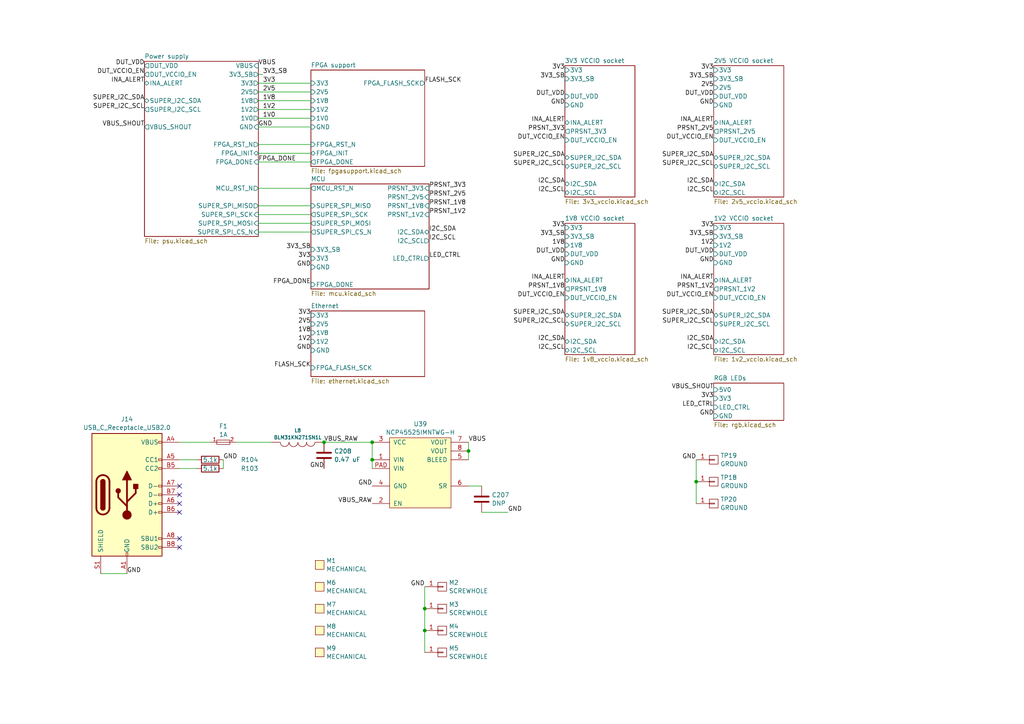
<source format=kicad_sch>
(kicad_sch (version 20231120) (generator "eeschema") (generator_version "8.0")
  (paper "A4")
  (title_block (title "DUMPTRUCK flash dumper") (date "2024-10-20") (rev "0.1") (company "Antikernel Labs") (comment 1 "Andrew D. Zonenberg"))
  (lib_symbols
    (symbol "conn:CONN_01X01" (pin_names (offset 1.016) hide)
      (property "Reference" "J" (at 0 2.54 0))
      (property "Value" "CONN_01X01" (at 2.54 0 90))
      (symbol "CONN_01X01_0_1"
        (rectangle (start -1.27 0.127) (end 0.254 -0.127))
        (rectangle (start -1.27 1.27) (end 1.27 -1.27))
      )
      (symbol "CONN_01X01_1_1"
        (pin passive line (at -5.08 0 0) (length 3.81) (name "P1") (number "1"))
      )
    )
    (symbol "device:C" (pin_numbers hide) (pin_names (offset 0.254))
      (property "Reference" "C" (at 0.635 2.54 0))
      (property "Value" "C" (at 0.635 -2.54 0))
      (symbol "C_0_1"
        (polyline (pts (xy -2.032 -0.762) (xy 2.032 -0.762)) (stroke (width 0.508)))
        (polyline (pts (xy -2.032 0.762) (xy 2.032 0.762)) (stroke (width 0.508)))
      )
      (symbol "C_1_1"
        (pin passive line (at 0 3.81 270) (length 2.794) (name "~") (number "1"))
        (pin passive line (at 0 -3.81 90) (length 2.794) (name "~") (number "2"))
      )
    )
    (symbol "device:R" (pin_numbers hide) (pin_names (offset 0))
      (property "Reference" "R" (at 2.032 0 90))
      (property "Value" "R" (at 0 0 90))
      (symbol "R_0_1"
        (rectangle (start -1.016 -2.54) (end 1.016 2.54) (stroke (width 0.254)))
      )
      (symbol "R_1_1"
        (pin passive line (at 0 3.81 270) (length 1.27) (name "~") (number "1"))
        (pin passive line (at 0 -3.81 90) (length 1.27) (name "~") (number "2"))
      )
    )
    (symbol "lain:USB_C_Receptacle_USB2.0" (pin_names (offset 1.016))
      (property "Reference" "J14" (at 0 21.9245 0))
      (property "Value" "USB_C_Receptacle_USB2.0" (at 0 19.5002 0))
      (symbol "USB_C_Receptacle_USB2.0_0_0"
        (rectangle (start -0.254 -17.78) (end 0.254 -16.764))
        (rectangle (start 10.16 -14.986) (end 9.144 -15.494))
        (rectangle (start 10.16 -12.446) (end 9.144 -12.954))
        (rectangle (start 10.16 -4.826) (end 9.144 -5.334))
        (rectangle (start 10.16 -2.286) (end 9.144 -2.794))
        (rectangle (start 10.16 0.254) (end 9.144 -0.254))
        (rectangle (start 10.16 2.794) (end 9.144 2.286))
        (rectangle (start 10.16 7.874) (end 9.144 7.366))
        (rectangle (start 10.16 10.414) (end 9.144 9.906))
        (rectangle (start 10.16 15.494) (end 9.144 14.986))
      )
      (symbol "USB_C_Receptacle_USB2.0_0_1"
        (rectangle (start -10.16 17.78) (end 10.16 -17.78) (stroke (width 0.254)) (fill (type background)))
        (arc (start -8.89 -3.81) (mid -6.985 -5.7067) (end -5.08 -3.81) (stroke (width 0.508)))
        (arc (start -7.62 -3.81) (mid -6.985 -4.4423) (end -6.35 -3.81) (stroke (width 0.254)))
        (arc (start -7.62 -3.81) (mid -6.985 -4.4423) (end -6.35 -3.81) (stroke (width 0.254)) (fill (type outline)))
        (rectangle (start -7.62 -3.81) (end -6.35 3.81) (stroke (width 0.254)) (fill (type outline)))
        (arc (start -6.35 3.81) (mid -6.985 4.4423) (end -7.62 3.81) (stroke (width 0.254)))
        (arc (start -6.35 3.81) (mid -6.985 4.4423) (end -7.62 3.81) (stroke (width 0.254)) (fill (type outline)))
        (arc (start -5.08 3.81) (mid -6.985 5.7067) (end -8.89 3.81) (stroke (width 0.508)))
        (circle (center -2.54 1.143) (radius 0.635) (stroke (width 0.254)) (fill (type outline)))
        (circle (center 0 -5.842) (radius 1.27) (fill (type outline)))
        (polyline (pts (xy -8.89 -3.81) (xy -8.89 3.81)) (stroke (width 0.508)))
        (polyline (pts (xy -5.08 3.81) (xy -5.08 -3.81)) (stroke (width 0.508)))
        (polyline (pts (xy 0 -5.842) (xy 0 4.318)) (stroke (width 0.508)))
        (polyline (pts (xy 0 -3.302) (xy -2.54 -0.762) (xy -2.54 0.508)) (stroke (width 0.508)))
        (polyline (pts (xy 0 -2.032) (xy 2.54 0.508) (xy 2.54 1.778)) (stroke (width 0.508)))
        (polyline (pts (xy -1.27 4.318) (xy 0 6.858) (xy 1.27 4.318) (xy -1.27 4.318)) (stroke (width 0.254)) (fill (type outline)))
        (rectangle (start 1.905 1.778) (end 3.175 3.048) (stroke (width 0.254)) (fill (type outline)))
      )
      (symbol "USB_C_Receptacle_USB2.0_1_1"
        (pin passive line (at 0 -22.86 90) (length 5.08) (name "GND") (number "A1"))
        (pin power_out line (at 0 -22.86 90) (length 5.08) hide (name "GND") (number "A12"))
        (pin power_out line (at 15.24 15.24 180) (length 5.08) (name "VBUS") (number "A4"))
        (pin bidirectional line (at 15.24 10.16 180) (length 5.08) (name "CC1") (number "A5"))
        (pin bidirectional line (at 15.24 -2.54 180) (length 5.08) (name "D+") (number "A6"))
        (pin bidirectional line (at 15.24 2.54 180) (length 5.08) (name "D-") (number "A7"))
        (pin bidirectional line (at 15.24 -12.7 180) (length 5.08) (name "SBU1") (number "A8"))
        (pin power_out line (at 15.24 15.24 180) (length 5.08) hide (name "VBUS") (number "A9"))
        (pin passive line (at 0 -22.86 90) (length 5.08) hide (name "GND") (number "B1"))
        (pin passive line (at 0 -22.86 90) (length 5.08) hide (name "GND") (number "B12"))
        (pin passive line (at 15.24 15.24 180) (length 5.08) hide (name "VBUS") (number "B4"))
        (pin bidirectional line (at 15.24 7.62 180) (length 5.08) (name "CC2") (number "B5"))
        (pin bidirectional line (at 15.24 -5.08 180) (length 5.08) (name "D+") (number "B6"))
        (pin bidirectional line (at 15.24 0 180) (length 5.08) (name "D-") (number "B7"))
        (pin bidirectional line (at 15.24 -15.24 180) (length 5.08) (name "SBU2") (number "B8"))
        (pin passive line (at 15.24 15.24 180) (length 5.08) hide (name "VBUS") (number "B9"))
        (pin passive line (at -7.62 -22.86 90) (length 5.08) (name "SHIELD") (number "S1"))
      )
    )
    (symbol "passive-azonenberg:INDUCTOR_PWROUT" (pin_numbers hide) (pin_names (offset 1.016) hide)
      (property "Reference" "L" (at -1.27 0 90))
      (property "Value" "INDUCTOR_PWROUT" (at 2.54 0 90))
      (symbol "INDUCTOR_PWROUT_0_1"
        (arc (start 0.0254 -5.0546) (mid 1.245 -3.7973) (end 0.0254 -2.54))
        (arc (start 0.0254 -2.5146) (mid 1.2704 -1.2319) (end 0.0254 0.0508))
        (arc (start 0.0254 0.0254) (mid 1.2704 1.3081) (end 0.0254 2.5908))
        (arc (start 0.0254 2.5654) (mid 1.1942 3.7719) (end 0.0254 4.9784))
      )
      (symbol "INDUCTOR_PWROUT_1_1"
        (pin power_out line (at 0 7.62 270) (length 2.54) (name "1") (number "1"))
        (pin passive line (at 0 -7.62 90) (length 2.54) (name "2") (number "2"))
      )
    )
    (symbol "power-azonenberg:FUSE_PWROUT_2" (pin_names (offset 0.254))
      (property "Reference" "F" (at 4.445 1.27 0))
      (property "Value" "FUSE_PWROUT_2" (at -0.635 -1.905 0))
      (symbol "FUSE_PWROUT_2_0_1"
        (rectangle (start -1.905 0.635) (end 1.905 -0.635))
        (polyline (pts (xy 1.905 0) (xy -1.905 0)))
      )
      (symbol "FUSE_PWROUT_2_1_1"
        (pin power_in line (at -3.81 0 0) (length 2.54) (name "~") (number "1"))
        (pin power_out line (at 3.81 0 180) (length 2.54) (name "~") (number "2"))
      )
    )
    (symbol "power-azonenberg:NCP45525" (pin_names (offset 1.016))
      (property "Reference" "U" (at 1.27 -1.27 0))
      (property "Value" "NCP45525" (at 5.08 -3.81 0))
      (symbol "NCP45525_0_1"
        (rectangle (start 0 20.32) (end 17.78 0) (fill (type background)))
      )
      (symbol "NCP45525_1_1"
        (pin power_in line (at -5.08 13.97 0) (length 5.08) (name "VIN") (number "1"))
        (pin input line (at -5.08 1.27 0) (length 5.08) (name "EN") (number "2"))
        (pin power_in line (at -5.08 19.05 0) (length 5.08) (name "VCC") (number "3"))
        (pin power_in line (at -5.08 6.35 0) (length 5.08) (name "GND") (number "4"))
        (pin passive line (at 22.86 13.97 180) (length 5.08) (name "BLEED") (number "5"))
        (pin passive line (at 22.86 6.35 180) (length 5.08) (name "SR") (number "6"))
        (pin power_out line (at 22.86 19.05 180) (length 5.08) (name "VOUT") (number "7"))
        (pin power_in line (at 22.86 16.51 180) (length 5.08) (name "VOUT") (number "8"))
        (pin power_in line (at -5.08 11.43 0) (length 5.08) (name "VIN") (number "PAD"))
      )
    )
    (symbol "special-azonenberg:MECHANICAL" (pin_names (offset 1.016))
      (property "Reference" "M" (at 0 -2.54 0))
      (property "Value" "MECHANICAL" (at 0 -5.08 0))
      (symbol "MECHANICAL_0_1"
        (rectangle (start 0 1.27) (end 2.54 -1.27) (fill (type background)))
      )
    )
  )
  (junction (at 201.93 139.7))
  (junction (at 123.19 182.88))
  (junction (at 135.89 130.81))
  (junction (at 107.95 133.35))
  (junction (at 107.95 128.27))
  (junction (at 93.98 128.27))
  (junction (at 123.19 176.53))
  (no_connect (at 52.07 156.21))
  (no_connect (at 52.07 146.05))
  (no_connect (at 52.07 158.75))
  (no_connect (at 52.07 148.59))
  (no_connect (at 52.07 143.51))
  (no_connect (at 52.07 140.97))
  (wire (pts (xy 123.19 170.18) (xy 123.19 176.53)))
  (wire (pts (xy 74.93 54.61) (xy 90.17 54.61)))
  (wire (pts (xy 68.58 128.27) (xy 78.74 128.27)))
  (wire (pts (xy 123.19 176.53) (xy 123.19 182.88)))
  (wire (pts (xy 74.93 21.59) (xy 76.2 21.59)))
  (wire (pts (xy 52.07 128.27) (xy 60.96 128.27)))
  (wire (pts (xy 74.93 26.67) (xy 90.17 26.67)))
  (wire (pts (xy 107.95 128.27) (xy 107.95 133.35)))
  (wire (pts (xy 74.93 59.69) (xy 90.17 59.69)))
  (wire (pts (xy 201.93 139.7) (xy 201.93 146.05)))
  (wire (pts (xy 74.93 34.29) (xy 90.17 34.29)))
  (wire (pts (xy 74.93 44.45) (xy 90.17 44.45)))
  (wire (pts (xy 93.98 128.27) (xy 107.95 128.27)))
  (wire (pts (xy 74.93 67.31) (xy 90.17 67.31)))
  (wire (pts (xy 135.89 130.81) (xy 135.89 133.35)))
  (wire (pts (xy 74.93 31.75) (xy 90.17 31.75)))
  (wire (pts (xy 201.93 133.35) (xy 201.93 139.7)))
  (wire (pts (xy 123.19 182.88) (xy 123.19 189.23)))
  (wire (pts (xy 135.89 140.97) (xy 139.7 140.97)))
  (wire (pts (xy 52.07 135.89) (xy 57.15 135.89)))
  (wire (pts (xy 135.89 128.27) (xy 135.89 130.81)))
  (wire (pts (xy 29.21 166.37) (xy 36.83 166.37)))
  (wire (pts (xy 74.93 36.83) (xy 90.17 36.83)))
  (wire (pts (xy 139.7 148.59) (xy 147.32 148.59)))
  (wire (pts (xy 107.95 133.35) (xy 107.95 135.89)))
  (wire (pts (xy 74.93 46.99) (xy 90.17 46.99)))
  (wire (pts (xy 52.07 133.35) (xy 57.15 133.35)))
  (wire (pts (xy 74.93 41.91) (xy 90.17 41.91)))
  (wire (pts (xy 74.93 29.21) (xy 90.17 29.21)))
  (wire (pts (xy 74.93 64.77) (xy 90.17 64.77)))
  (wire (pts (xy 74.93 62.23) (xy 90.17 62.23)))
  (wire (pts (xy 74.93 24.13) (xy 90.17 24.13)))
  (wire (pts (xy 64.77 133.35) (xy 64.77 135.89)))
  (label "GND" (at 123.19 170.18 180))
  (label "I2C_SDA" (at 207.01 99.06 180))
  (label "GND" (at 163.83 30.48 180))
  (label "GND" (at 64.77 133.35 0))
  (label "VBUS_RAW" (at 107.95 146.05 180))
  (label "PRSNT_3V3" (at 163.83 38.1 180))
  (label "GND" (at 90.17 101.6 180))
  (label "SUPER_I2C_SDA" (at 163.83 45.72 180))
  (label "LED_CTRL" (at 124.46 74.93 0))
  (label "2V5" (at 76.2 26.67 0))
  (label "3V3" (at 207.01 115.57 180))
  (label "3V3_SB" (at 76.2 21.59 0))
  (label "2V5" (at 90.17 93.98 180))
  (label "VBUS_SHOUT" (at 207.01 113.03 180))
  (label "SUPER_I2C_SDA" (at 163.83 91.44 180))
  (label "I2C_SCL" (at 124.46 69.85 0))
  (label "PRSNT_1V8" (at 124.46 59.69 0))
  (label "DUT_VDD" (at 207.01 73.66 180))
  (label "DUT_VCCIO_EN" (at 207.01 40.64 180))
  (label "SUPER_I2C_SDA" (at 207.01 91.44 180))
  (label "DUT_VCCIO_EN" (at 163.83 40.64 180))
  (label "SUPER_I2C_SDA" (at 207.01 45.72 180))
  (label "3V3" (at 76.2 24.13 0))
  (label "GND" (at 207.01 30.48 180))
  (label "I2C_SDA" (at 207.01 53.34 180))
  (label "3V3_SB" (at 207.01 68.58 180))
  (label "DUT_VDD" (at 163.83 27.94 180))
  (label "INA_ALERT" (at 163.83 81.28 180))
  (label "DUT_VCCIO_EN" (at 163.83 86.36 180))
  (label "SUPER_I2C_SCL" (at 163.83 93.98 180))
  (label "1V2" (at 207.01 71.12 180))
  (label "FLASH_SCK" (at 123.19 24.13 0))
  (label "PRSNT_2V5" (at 207.01 38.1 180))
  (label "GND" (at 207.01 120.65 180))
  (label "3V3" (at 163.83 66.04 180))
  (label "GND" (at 36.83 166.37 0))
  (label "FPGA_DONE" (at 74.93 46.99 0))
  (label "DUT_VDD" (at 163.83 73.66 180))
  (label "I2C_SCL" (at 163.83 101.6 180))
  (label "SUPER_I2C_SCL" (at 163.83 48.26 180))
  (label "1V2" (at 90.17 99.06 180))
  (label "DUT_VCCIO_EN" (at 207.01 86.36 180))
  (label "SUPER_I2C_SCL" (at 207.01 93.98 180))
  (label "DUT_VDD" (at 41.91 19.05 180))
  (label "1V8" (at 90.17 96.52 180))
  (label "FLASH_SCK" (at 90.17 106.68 180))
  (label "I2C_SCL" (at 207.01 101.6 180))
  (label "PRSNT_3V3" (at 124.46 54.61 0))
  (label "I2C_SCL" (at 207.01 55.88 180))
  (label "3V3" (at 90.17 91.44 180))
  (label "GND" (at 74.93 36.83 0))
  (label "GND" (at 93.98 135.89 180))
  (label "I2C_SDA" (at 163.83 53.34 180))
  (label "VBUS_RAW" (at 93.98 128.27 0))
  (label "GND" (at 207.01 76.2 180))
  (label "1V0" (at 76.2 34.29 0))
  (label "INA_ALERT" (at 207.01 35.56 180))
  (label "1V8" (at 163.83 71.12 180))
  (label "3V3" (at 207.01 66.04 180))
  (label "PRSNT_1V2" (at 124.46 62.23 0))
  (label "3V3_SB" (at 207.01 22.86 180))
  (label "GND" (at 201.93 133.35 180))
  (label "GND" (at 147.32 148.59 0))
  (label "I2C_SCL" (at 163.83 55.88 180))
  (label "2V5" (at 207.01 25.4 180))
  (label "VBUS" (at 135.89 128.27 0))
  (label "INA_ALERT" (at 207.01 81.28 180))
  (label "GND" (at 90.17 77.47 180))
  (label "1V2" (at 76.2 31.75 0))
  (label "VBUS_SHOUT" (at 41.91 36.83 180))
  (label "1V8" (at 76.2 29.21 0))
  (label "GND" (at 163.83 76.2 180))
  (label "SUPER_I2C_SCL" (at 207.01 48.26 180))
  (label "SUPER_I2C_SDA" (at 41.91 29.21 180))
  (label "I2C_SDA" (at 124.46 67.31 0))
  (label "PRSNT_2V5" (at 124.46 57.15 0))
  (label "3V3_SB" (at 163.83 22.86 180))
  (label "3V3" (at 163.83 20.32 180))
  (label "LED_CTRL" (at 207.01 118.11 180))
  (label "INA_ALERT" (at 163.83 35.56 180))
  (label "3V3_SB" (at 90.17 72.39 180))
  (label "PRSNT_1V8" (at 163.83 83.82 180))
  (label "3V3" (at 90.17 74.93 180))
  (label "DUT_VDD" (at 207.01 27.94 180))
  (label "3V3" (at 207.01 20.32 180))
  (label "FPGA_DONE" (at 90.17 82.55 180))
  (label "PRSNT_1V2" (at 207.01 83.82 180))
  (label "INA_ALERT" (at 41.91 24.13 180))
  (label "DUT_VCCIO_EN" (at 41.91 21.59 180))
  (label "VBUS" (at 74.93 19.05 0))
  (label "I2C_SDA" (at 163.83 99.06 180))
  (label "SUPER_I2C_SCL" (at 41.91 31.75 180))
  (label "3V3_SB" (at 163.83 68.58 180))
  (label "GND" (at 107.95 140.97 180))
  (symbol (lib_id "device:C") (at 139.7 144.78 0) (unit 1)
    (property "Reference" "C207" (at 142.621 143.5678 0) (effects (justify left)))
    (property "Value" "DNP" (at 142.621 145.9921 0) (effects (justify left)))
    (property "Footprint" "azonenberg_pcb:EIA_0402_CAP_NOSILK" (effects (hide yes)))
    (property "Description" "Unpolarized capacitor" (effects (hide yes)))
  )
  (symbol (lib_id "conn:CONN_01X01") (at 207.01 139.7 0) (unit 1)
    (property "Reference" "TP18" (at 208.915 138.4878 0) (effects (justify left)))
    (property "Value" "GROUND" (at 208.915 140.9121 0) (effects (justify left)))
    (property "Footprint" "azonenberg_pcb:TESTPOINT_SMT_KEYSTONE_5016" (effects (hide yes)))
    (property "Description" "Connector, single row, 01x01, pin header" (effects (hide yes)))
  )
  (symbol (lib_id "special-azonenberg:MECHANICAL") (at 91.44 163.83 0) (unit 1)
    (property "Reference" "M1" (at 94.615 162.6178 0) (effects (justify left)))
    (property "Value" "MECHANICAL" (at 94.615 165.0421 0) (effects (justify left)))
    (property "Footprint" "azonenberg_pcb:LONGTHING-1200DPI" (effects (hide yes)))
  )
  (symbol (lib_id "device:R") (at 60.96 135.89 90) (unit 1)
    (property "Reference" "R103" (at 72.39 135.89 90))
    (property "Value" "5.1k" (at 60.96 135.89 90))
    (property "Footprint" "azonenberg_pcb:EIA_0402_RES_NOSILK" (effects (hide yes)))
    (property "Description" "Resistor" (effects (hide yes)))
  )
  (symbol (lib_id "special-azonenberg:MECHANICAL") (at 91.44 189.23 0) (unit 1)
    (property "Reference" "M9" (at 94.615 188.0178 0) (effects (justify left)))
    (property "Value" "MECHANICAL" (at 94.615 190.4421 0) (effects (justify left)))
    (property "Footprint" "w_logo:Logo_silk_WEEE_3.4x5mm" (effects (hide yes)))
  )
  (symbol (lib_id "power-azonenberg:NCP45525") (at 113.03 147.32 0) (unit 1)
    (property "Reference" "U39" (at 121.92 122.9825 0))
    (property "Value" "NCP45525IMNTWG-H" (at 121.92 125.4068 0))
    (property "Footprint" "azonenberg_pcb:DFN_8_0.5MM_2x2MM" (effects (hide yes)))
  )
  (symbol (lib_id "conn:CONN_01X01") (at 207.01 146.05 0) (unit 1)
    (property "Reference" "TP20" (at 208.915 144.8378 0) (effects (justify left)))
    (property "Value" "GROUND" (at 208.915 147.2621 0) (effects (justify left)))
    (property "Footprint" "azonenberg_pcb:TESTPOINT_SMT_KEYSTONE_5016" (effects (hide yes)))
    (property "Description" "Connector, single row, 01x01, pin header" (effects (hide yes)))
  )
  (symbol (lib_id "passive-azonenberg:INDUCTOR_PWROUT") (at 86.36 128.27 270) (unit 1)
    (property "Reference" "L8" (at 86.36 124.8657 90) (effects (font (size 1.016 1.016))))
    (property "Value" "BLM31KN271SN1L" (at 86.36 126.8812 90) (effects (font (size 1.016 1.016))))
    (property "Footprint" "azonenberg_pcb:EIA_1206_CAP_NOSILK" (effects (hide yes)))
  )
  (symbol (lib_id "device:C") (at 93.98 132.08 0) (unit 1)
    (property "Reference" "C208" (at 96.901 130.8678 0) (effects (justify left)))
    (property "Value" "0.47 uF" (at 96.901 133.2921 0) (effects (justify left)))
    (property "Footprint" "azonenberg_pcb:EIA_0402_CAP_NOSILK" (effects (hide yes)))
    (property "Description" "Unpolarized capacitor" (effects (hide yes)))
  )
  (symbol (lib_id "lain:USB_C_Receptacle_USB2.0") (at 36.83 143.51 0) (unit 1)
    (property "Reference" "J14" (at 36.83 121.5855 0))
    (property "Value" "USB_C_Receptacle_USB2.0" (at 36.83 124.0098 0))
    (property "Footprint" "lain:GCT_USB4500-03-0-A" (effects (hide yes)))
    (property "Datasheet" "https://www.usb.org/sites/default/files/documents/usb_type-c.zip" (effects (hide yes)))
    (property "Description" "USB 2.0-only Type-C Receptacle connector" (effects (hide yes)))
  )
  (symbol (lib_id "power-azonenberg:FUSE_PWROUT_2") (at 64.77 128.27 0) (unit 1)
    (property "Reference" "F1" (at 64.77 123.6175 0))
    (property "Value" "1A" (at 64.77 126.0418 0))
    (property "Footprint" "azonenberg_pcb:EIA_0402_RES_NOSILK" (effects (hide yes)))
  )
  (symbol (lib_id "conn:CONN_01X01") (at 128.27 189.23 0) (unit 1)
    (property "Reference" "M5" (at 130.175 188.0178 0) (effects (justify left)))
    (property "Value" "SCREWHOLE" (at 130.175 190.4421 0) (effects (justify left)))
    (property "Footprint" "azonenberg_pcb:MECHANICAL_CLEARANCEHOLE_4_40" (effects (hide yes)))
    (property "Description" "Connector, single row, 01x01, pin header" (effects (hide yes)))
  )
  (symbol (lib_id "special-azonenberg:MECHANICAL") (at 91.44 182.88 0) (unit 1)
    (property "Reference" "M8" (at 94.615 181.6678 0) (effects (justify left)))
    (property "Value" "MECHANICAL" (at 94.615 184.0921 0) (effects (justify left)))
    (property "Footprint" "w_logo:Logo_silk_ROHS_5x2.8mm" (effects (hide yes)))
  )
  (symbol (lib_id "special-azonenberg:MECHANICAL") (at 91.44 170.18 0) (unit 1)
    (property "Reference" "M6" (at 94.615 168.9678 0) (effects (justify left)))
    (property "Value" "MECHANICAL" (at 94.615 171.3921 0) (effects (justify left)))
    (property "Footprint" "azonenberg_pcb:LOGO_ESD_SENSITIVE_7MM" (effects (hide yes)))
  )
  (symbol (lib_id "conn:CONN_01X01") (at 128.27 170.18 0) (unit 1)
    (property "Reference" "M2" (at 130.175 168.9678 0) (effects (justify left)))
    (property "Value" "SCREWHOLE" (at 130.175 171.3921 0) (effects (justify left)))
    (property "Footprint" "azonenberg_pcb:MECHANICAL_CLEARANCEHOLE_4_40" (effects (hide yes)))
    (property "Description" "Connector, single row, 01x01, pin header" (effects (hide yes)))
  )
  (symbol (lib_id "special-azonenberg:MECHANICAL") (at 91.44 176.53 0) (unit 1)
    (property "Reference" "M7" (at 94.615 175.3178 0) (effects (justify left)))
    (property "Value" "MECHANICAL" (at 94.615 177.7421 0) (effects (justify left)))
    (property "Footprint" "w_logo:Logo_silk_OSHW_6x6mm" (effects (hide yes)))
  )
  (symbol (lib_id "conn:CONN_01X01") (at 128.27 176.53 0) (unit 1)
    (property "Reference" "M3" (at 130.175 175.3178 0) (effects (justify left)))
    (property "Value" "SCREWHOLE" (at 130.175 177.7421 0) (effects (justify left)))
    (property "Footprint" "azonenberg_pcb:MECHANICAL_CLEARANCEHOLE_4_40" (effects (hide yes)))
    (property "Description" "Connector, single row, 01x01, pin header" (effects (hide yes)))
  )
  (symbol (lib_id "device:R") (at 60.96 133.35 90) (unit 1)
    (property "Reference" "R104" (at 72.39 133.35 90))
    (property "Value" "5.1k" (at 60.96 133.35 90))
    (property "Footprint" "azonenberg_pcb:EIA_0402_RES_NOSILK" (effects (hide yes)))
    (property "Description" "Resistor" (effects (hide yes)))
  )
  (symbol (lib_id "conn:CONN_01X01") (at 207.01 133.35 0) (unit 1)
    (property "Reference" "TP19" (at 208.915 132.1378 0) (effects (justify left)))
    (property "Value" "GROUND" (at 208.915 134.5621 0) (effects (justify left)))
    (property "Footprint" "azonenberg_pcb:TESTPOINT_SMT_KEYSTONE_5016" (effects (hide yes)))
    (property "Description" "Connector, single row, 01x01, pin header" (effects (hide yes)))
  )
  (symbol (lib_id "conn:CONN_01X01") (at 128.27 182.88 0) (unit 1)
    (property "Reference" "M4" (at 130.175 181.6678 0) (effects (justify left)))
    (property "Value" "SCREWHOLE" (at 130.175 184.0921 0) (effects (justify left)))
    (property "Footprint" "azonenberg_pcb:MECHANICAL_CLEARANCEHOLE_4_40" (effects (hide yes)))
    (property "Description" "Connector, single row, 01x01, pin header" (effects (hide yes)))
  )
  (sheet (at 90.17 53.34) (size 34.29 30.48) (stroke (width 0.1524))
    (property "Sheetname" "MCU" (at 90.17 52.6284 0) (effects (justify left bottom)))
    (property "Sheetfile" "mcu.kicad_sch" (at 90.17 84.4046 0) (effects (justify left top)))
    (pin "3V3_SB" input (at 90.17 72.39 180))
    (pin "FPGA_DONE" input (at 90.17 82.55 180))
    (pin "SUPER_SPI_MOSI" output (at 90.17 64.77 180))
    (pin "SUPER_SPI_SCK" output (at 90.17 62.23 180))
    (pin "SUPER_SPI_CS_N" output (at 90.17 67.31 180))
    (pin "SUPER_SPI_MISO" input (at 90.17 59.69 180))
    (pin "MCU_RST_N" output (at 90.17 54.61 180))
    (pin "3V3" input (at 90.17 74.93 180))
    (pin "GND" input (at 90.17 77.47 180))
    (pin "PRSNT_3V3" input (at 124.46 54.61 0))
    (pin "PRSNT_2V5" input (at 124.46 57.15 0))
    (pin "PRSNT_1V8" input (at 124.46 59.69 0))
    (pin "PRSNT_1V2" input (at 124.46 62.23 0))
    (pin "I2C_SDA" bidirectional (at 124.46 67.31 0))
    (pin "I2C_SCL" output (at 124.46 69.85 0))
    (pin "LED_CTRL" output (at 124.46 74.93 0))
  )
  (sheet (at 90.17 90.17) (size 33.02 19.05) (stroke (width 0.1524))
    (property "Sheetname" "Ethernet" (at 90.17 89.4584 0) (effects (justify left bottom)))
    (property "Sheetfile" "ethernet.kicad_sch" (at 90.17 109.8046 0) (effects (justify left top)))
    (pin "1V8" input (at 90.17 96.52 180))
    (pin "GND" input (at 90.17 101.6 180))
    (pin "FPGA_FLASH_SCK" input (at 90.17 106.68 180))
    (pin "1V2" input (at 90.17 99.06 180))
    (pin "3V3" input (at 90.17 91.44 180))
    (pin "2V5" input (at 90.17 93.98 180))
  )
  (sheet (at 163.83 64.77) (size 20.32 38.1) (stroke (width 0.1524))
    (property "Sheetname" "1V8 VCCIO socket" (at 163.83 64.0584 0) (effects (justify left bottom)))
    (property "Sheetfile" "1v8_vccio.kicad_sch" (at 163.83 103.4546 0) (effects (justify left top)))
    (pin "DUT_VCCIO_EN" input (at 163.83 86.36 180))
    (pin "SUPER_I2C_SCL" bidirectional (at 163.83 93.98 180))
    (pin "SUPER_I2C_SDA" bidirectional (at 163.83 91.44 180))
    (pin "GND" input (at 163.83 76.2 180))
    (pin "I2C_SDA" bidirectional (at 163.83 99.06 180))
    (pin "DUT_VDD" input (at 163.83 73.66 180))
    (pin "I2C_SCL" bidirectional (at 163.83 101.6 180))
    (pin "PRSNT_1V8" output (at 163.83 83.82 180))
    (pin "1V8" input (at 163.83 71.12 180))
    (pin "3V3" input (at 163.83 66.04 180))
    (pin "3V3_SB" input (at 163.83 68.58 180))
    (pin "INA_ALERT" bidirectional (at 163.83 81.28 180))
  )
  (sheet (at 207.01 111.125) (size 20.32 10.795) (stroke (width 0.1524))
    (property "Sheetname" "RGB LEDs" (at 207.01 110.4134 0) (effects (justify left bottom)))
    (property "Sheetfile" "rgb.kicad_sch" (at 207.01 122.5046 0) (effects (justify left top)))
    (pin "5V0" input (at 207.01 113.03 180))
    (pin "3V3" input (at 207.01 115.57 180))
    (pin "LED_CTRL" input (at 207.01 118.11 180))
    (pin "GND" input (at 207.01 120.65 180))
  )
  (sheet (at 207.01 64.77) (size 20.32 38.1) (stroke (width 0.1524))
    (property "Sheetname" "1V2 VCCIO socket" (at 207.01 64.0584 0) (effects (justify left bottom)))
    (property "Sheetfile" "1v2_vccio.kicad_sch" (at 207.01 103.4546 0) (effects (justify left top)))
    (pin "SUPER_I2C_SCL" bidirectional (at 207.01 93.98 180))
    (pin "DUT_VCCIO_EN" input (at 207.01 86.36 180))
    (pin "SUPER_I2C_SDA" bidirectional (at 207.01 91.44 180))
    (pin "GND" input (at 207.01 76.2 180))
    (pin "I2C_SDA" bidirectional (at 207.01 99.06 180))
    (pin "1V2" input (at 207.01 71.12 180))
    (pin "DUT_VDD" input (at 207.01 73.66 180))
    (pin "I2C_SCL" bidirectional (at 207.01 101.6 180))
    (pin "PRSNT_1V2" output (at 207.01 83.82 180))
    (pin "3V3" input (at 207.01 66.04 180))
    (pin "3V3_SB" input (at 207.01 68.58 180))
    (pin "INA_ALERT" bidirectional (at 207.01 81.28 180))
  )
  (sheet (at 90.17 20.32) (size 33.02 27.94) (stroke (width 0.1524))
    (property "Sheetname" "FPGA support" (at 90.17 19.6084 0) (effects (justify left bottom)))
    (property "Sheetfile" "fpgasupport.kicad_sch" (at 90.17 48.8446 0) (effects (justify left top)))
    (pin "GND" input (at 90.17 36.83 180))
    (pin "FPGA_INIT" bidirectional (at 90.17 44.45 180))
    (pin "1V8" input (at 90.17 29.21 180))
    (pin "1V0" input (at 90.17 34.29 180))
    (pin "3V3" input (at 90.17 24.13 180))
    (pin "1V2" input (at 90.17 31.75 180))
    (pin "2V5" input (at 90.17 26.67 180))
    (pin "FPGA_DONE" output (at 90.17 46.99 180))
    (pin "FPGA_FLASH_SCK" output (at 123.19 24.13 0))
    (pin "FPGA_RST_N" input (at 90.17 41.91 180))
  )
  (sheet (at 163.83 19.05) (size 20.32 38.1) (stroke (width 0.1524))
    (property "Sheetname" "3V3 VCCIO socket" (at 163.83 18.3384 0) (effects (justify left bottom)))
    (property "Sheetfile" "3v3_vccio.kicad_sch" (at 163.83 57.7346 0) (effects (justify left top)))
    (pin "PRSNT_3V3" output (at 163.83 38.1 180))
    (pin "SUPER_I2C_SDA" bidirectional (at 163.83 45.72 180))
    (pin "SUPER_I2C_SCL" bidirectional (at 163.83 48.26 180))
    (pin "3V3" input (at 163.83 20.32 180))
    (pin "GND" input (at 163.83 30.48 180))
    (pin "DUT_VCCIO_EN" input (at 163.83 40.64 180))
    (pin "DUT_VDD" input (at 163.83 27.94 180))
    (pin "I2C_SDA" bidirectional (at 163.83 53.34 180))
    (pin "I2C_SCL" bidirectional (at 163.83 55.88 180))
    (pin "INA_ALERT" bidirectional (at 163.83 35.56 180))
    (pin "3V3_SB" input (at 163.83 22.86 180))
  )
  (sheet (at 41.91 17.78) (size 33.02 50.8) (stroke (width 0.1524))
    (property "Sheetname" "Power supply" (at 41.91 17.0684 0) (effects (justify left bottom)))
    (property "Sheetfile" "psu.kicad_sch" (at 41.91 69.1646 0) (effects (justify left top)))
    (pin "FPGA_INIT" bidirectional (at 74.93 44.45 0))
    (pin "MCU_RST_N" output (at 74.93 54.61 0))
    (pin "FPGA_DONE" input (at 74.93 46.99 0))
    (pin "FPGA_RST_N" output (at 74.93 41.91 0))
    (pin "SUPER_SPI_MISO" output (at 74.93 59.69 0))
    (pin "SUPER_SPI_MOSI" input (at 74.93 64.77 0))
    (pin "SUPER_SPI_CS_N" input (at 74.93 67.31 0))
    (pin "SUPER_SPI_SCK" input (at 74.93 62.23 0))
    (pin "VBUS" input (at 74.93 19.05 0))
    (pin "1V8" output (at 74.93 29.21 0))
    (pin "2V5" output (at 74.93 26.67 0))
    (pin "3V3" output (at 74.93 24.13 0))
    (pin "1V2" output (at 74.93 31.75 0))
    (pin "1V0" output (at 74.93 34.29 0))
    (pin "GND" input (at 74.93 36.83 0))
    (pin "3V3_SB" output (at 74.93 21.59 0))
    (pin "SUPER_I2C_SDA" bidirectional (at 41.91 29.21 180))
    (pin "SUPER_I2C_SCL" output (at 41.91 31.75 180))
    (pin "DUT_VCCIO_EN" output (at 41.91 21.59 180))
    (pin "DUT_VDD" output (at 41.91 19.05 180))
    (pin "INA_ALERT" bidirectional (at 41.91 24.13 180))
    (pin "VBUS_SHOUT" output (at 41.91 36.83 180))
  )
  (sheet (at 207.01 19.05) (size 20.32 38.1) (stroke (width 0.1524))
    (property "Sheetname" "2V5 VCCIO socket" (at 207.01 18.3384 0) (effects (justify left bottom)))
    (property "Sheetfile" "2v5_vccio.kicad_sch" (at 207.01 57.7346 0) (effects (justify left top)))
    (pin "DUT_VCCIO_EN" input (at 207.01 40.64 180))
    (pin "SUPER_I2C_SCL" bidirectional (at 207.01 48.26 180))
    (pin "SUPER_I2C_SDA" bidirectional (at 207.01 45.72 180))
    (pin "I2C_SDA" bidirectional (at 207.01 53.34 180))
    (pin "I2C_SCL" bidirectional (at 207.01 55.88 180))
    (pin "GND" input (at 207.01 30.48 180))
    (pin "PRSNT_2V5" output (at 207.01 38.1 180))
    (pin "DUT_VDD" input (at 207.01 27.94 180))
    (pin "2V5" input (at 207.01 25.4 180))
    (pin "3V3" input (at 207.01 20.32 180))
    (pin "3V3_SB" input (at 207.01 22.86 180))
    (pin "INA_ALERT" bidirectional (at 207.01 35.56 180))
  )
)
</source>
